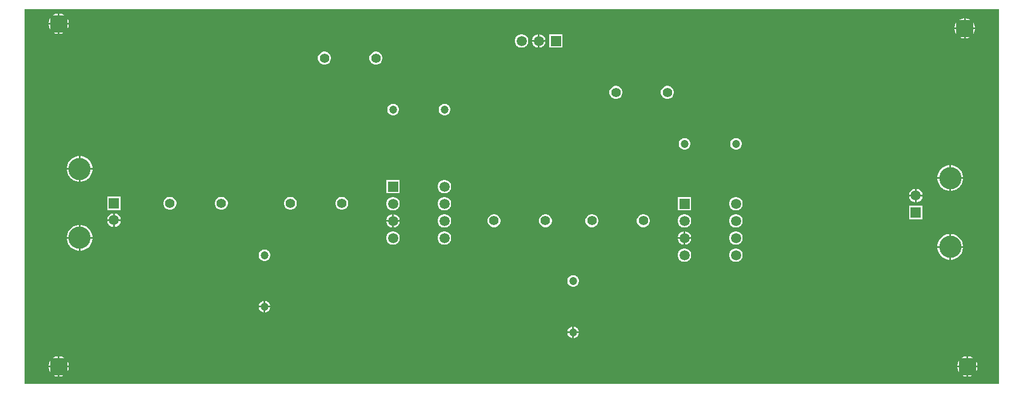
<source format=gbl>
G04*
G04 #@! TF.GenerationSoftware,Altium Limited,Altium Designer,22.7.1 (60)*
G04*
G04 Layer_Physical_Order=2*
G04 Layer_Color=16711680*
%FSLAX42Y42*%
%MOMM*%
G71*
G04*
G04 #@! TF.SameCoordinates,5E95509D-5024-4279-8DF4-8E0BA65E4A92*
G04*
G04*
G04 #@! TF.FilePolarity,Positive*
G04*
G01*
G75*
%ADD21C,3.30*%
%ADD22C,1.50*%
%ADD23R,1.50X1.50*%
%ADD24C,1.40*%
%ADD25C,1.20*%
%ADD26C,1.50*%
%ADD27R,1.50X1.50*%
%ADD28R,2.50X2.50*%
G36*
X17487Y4572D02*
X3048D01*
Y10121D01*
X17487D01*
Y4572D01*
D02*
G37*
%LPC*%
G36*
X3571Y10056D02*
X3569D01*
Y9919D01*
X3706D01*
Y9921D01*
X3701Y9950D01*
X3689Y9977D01*
X3673Y10002D01*
X3652Y10023D01*
X3627Y10039D01*
X3600Y10051D01*
X3571Y10056D01*
D02*
G37*
G36*
X3543D02*
X3541D01*
X3512Y10051D01*
X3485Y10039D01*
X3460Y10023D01*
X3439Y10002D01*
X3423Y9977D01*
X3411Y9950D01*
X3406Y9921D01*
Y9919D01*
X3543D01*
Y10056D01*
D02*
G37*
G36*
X16994Y9989D02*
X16992D01*
Y9851D01*
X17130D01*
Y9853D01*
X17124Y9882D01*
X17113Y9909D01*
X17097Y9934D01*
X17076Y9955D01*
X17051Y9972D01*
X17024Y9983D01*
X16994Y9989D01*
D02*
G37*
G36*
X16967D02*
X16965D01*
X16936Y9983D01*
X16908Y9972D01*
X16884Y9955D01*
X16863Y9934D01*
X16846Y9909D01*
X16835Y9882D01*
X16829Y9853D01*
Y9851D01*
X16967D01*
Y9989D01*
D02*
G37*
G36*
X3706Y9893D02*
X3569D01*
Y9756D01*
X3571D01*
X3600Y9761D01*
X3627Y9773D01*
X3652Y9789D01*
X3673Y9810D01*
X3689Y9835D01*
X3701Y9862D01*
X3706Y9891D01*
Y9893D01*
D02*
G37*
G36*
X3543D02*
X3406D01*
Y9891D01*
X3411Y9862D01*
X3423Y9835D01*
X3439Y9810D01*
X3460Y9789D01*
X3485Y9773D01*
X3512Y9761D01*
X3541Y9756D01*
X3543D01*
Y9893D01*
D02*
G37*
G36*
X17130Y9826D02*
X16992D01*
Y9688D01*
X16994D01*
X17024Y9694D01*
X17051Y9705D01*
X17076Y9721D01*
X17097Y9742D01*
X17113Y9767D01*
X17124Y9794D01*
X17130Y9823D01*
Y9826D01*
D02*
G37*
G36*
X16967D02*
X16829D01*
Y9823D01*
X16835Y9794D01*
X16846Y9767D01*
X16863Y9742D01*
X16884Y9721D01*
X16908Y9705D01*
X16936Y9694D01*
X16965Y9688D01*
X16967D01*
Y9826D01*
D02*
G37*
G36*
X10681Y9752D02*
X10681D01*
Y9665D01*
X10768D01*
Y9665D01*
X10762Y9691D01*
X10748Y9714D01*
X10730Y9732D01*
X10707Y9746D01*
X10681Y9752D01*
D02*
G37*
G36*
X10655D02*
X10655D01*
X10629Y9746D01*
X10606Y9732D01*
X10588Y9714D01*
X10574Y9691D01*
X10568Y9665D01*
Y9665D01*
X10655D01*
Y9752D01*
D02*
G37*
G36*
X11022D02*
X10822D01*
Y9552D01*
X11022D01*
Y9752D01*
D02*
G37*
G36*
X10768Y9639D02*
X10681D01*
Y9552D01*
X10681D01*
X10707Y9558D01*
X10730Y9572D01*
X10748Y9590D01*
X10762Y9613D01*
X10768Y9639D01*
Y9639D01*
D02*
G37*
G36*
X10655D02*
X10568D01*
Y9639D01*
X10574Y9613D01*
X10588Y9590D01*
X10606Y9572D01*
X10629Y9558D01*
X10655Y9552D01*
X10655D01*
Y9639D01*
D02*
G37*
G36*
X10427Y9752D02*
X10401D01*
X10375Y9746D01*
X10352Y9732D01*
X10334Y9714D01*
X10320Y9691D01*
X10314Y9665D01*
Y9639D01*
X10320Y9613D01*
X10334Y9590D01*
X10352Y9572D01*
X10375Y9558D01*
X10401Y9552D01*
X10427D01*
X10453Y9558D01*
X10476Y9572D01*
X10494Y9590D01*
X10508Y9613D01*
X10514Y9639D01*
Y9665D01*
X10508Y9691D01*
X10494Y9714D01*
X10476Y9732D01*
X10453Y9746D01*
X10427Y9752D01*
D02*
G37*
G36*
X8268Y9493D02*
X8242D01*
X8218Y9487D01*
X8196Y9474D01*
X8179Y9457D01*
X8166Y9435D01*
X8160Y9411D01*
Y9385D01*
X8166Y9361D01*
X8179Y9339D01*
X8196Y9322D01*
X8218Y9309D01*
X8242Y9303D01*
X8268D01*
X8292Y9309D01*
X8314Y9322D01*
X8331Y9339D01*
X8344Y9361D01*
X8350Y9385D01*
Y9411D01*
X8344Y9435D01*
X8331Y9457D01*
X8314Y9474D01*
X8292Y9487D01*
X8268Y9493D01*
D02*
G37*
G36*
X7506D02*
X7480D01*
X7456Y9487D01*
X7434Y9474D01*
X7417Y9457D01*
X7404Y9435D01*
X7398Y9411D01*
Y9385D01*
X7404Y9361D01*
X7417Y9339D01*
X7434Y9322D01*
X7456Y9309D01*
X7480Y9303D01*
X7506D01*
X7530Y9309D01*
X7552Y9322D01*
X7569Y9339D01*
X7582Y9361D01*
X7588Y9385D01*
Y9411D01*
X7582Y9435D01*
X7569Y9457D01*
X7552Y9474D01*
X7530Y9487D01*
X7506Y9493D01*
D02*
G37*
G36*
X12586Y8985D02*
X12560D01*
X12536Y8979D01*
X12514Y8966D01*
X12497Y8949D01*
X12484Y8927D01*
X12478Y8903D01*
Y8877D01*
X12484Y8853D01*
X12497Y8831D01*
X12514Y8814D01*
X12536Y8801D01*
X12560Y8795D01*
X12586D01*
X12610Y8801D01*
X12632Y8814D01*
X12649Y8831D01*
X12662Y8853D01*
X12668Y8877D01*
Y8903D01*
X12662Y8927D01*
X12649Y8949D01*
X12632Y8966D01*
X12610Y8979D01*
X12586Y8985D01*
D02*
G37*
G36*
X11824D02*
X11798D01*
X11774Y8979D01*
X11752Y8966D01*
X11735Y8949D01*
X11722Y8927D01*
X11716Y8903D01*
Y8877D01*
X11722Y8853D01*
X11735Y8831D01*
X11752Y8814D01*
X11774Y8801D01*
X11798Y8795D01*
X11824D01*
X11848Y8801D01*
X11870Y8814D01*
X11887Y8831D01*
X11900Y8853D01*
X11906Y8877D01*
Y8903D01*
X11900Y8927D01*
X11887Y8949D01*
X11870Y8966D01*
X11848Y8979D01*
X11824Y8985D01*
D02*
G37*
G36*
X9282Y8721D02*
X9260D01*
X9238Y8716D01*
X9219Y8704D01*
X9203Y8688D01*
X9191Y8669D01*
X9186Y8647D01*
Y8625D01*
X9191Y8603D01*
X9203Y8584D01*
X9219Y8568D01*
X9238Y8556D01*
X9260Y8551D01*
X9282D01*
X9304Y8556D01*
X9323Y8568D01*
X9339Y8584D01*
X9351Y8603D01*
X9356Y8625D01*
Y8647D01*
X9351Y8669D01*
X9339Y8688D01*
X9323Y8704D01*
X9304Y8716D01*
X9282Y8721D01*
D02*
G37*
G36*
X8520D02*
X8498D01*
X8476Y8716D01*
X8457Y8704D01*
X8441Y8688D01*
X8429Y8669D01*
X8424Y8647D01*
Y8625D01*
X8429Y8603D01*
X8441Y8584D01*
X8457Y8568D01*
X8476Y8556D01*
X8498Y8551D01*
X8520D01*
X8542Y8556D01*
X8561Y8568D01*
X8577Y8584D01*
X8589Y8603D01*
X8594Y8625D01*
Y8647D01*
X8589Y8669D01*
X8577Y8688D01*
X8561Y8704D01*
X8542Y8716D01*
X8520Y8721D01*
D02*
G37*
G36*
X13600Y8213D02*
X13578D01*
X13556Y8208D01*
X13537Y8196D01*
X13521Y8180D01*
X13509Y8161D01*
X13504Y8139D01*
Y8117D01*
X13509Y8095D01*
X13521Y8076D01*
X13537Y8060D01*
X13556Y8048D01*
X13578Y8043D01*
X13600D01*
X13622Y8048D01*
X13641Y8060D01*
X13657Y8076D01*
X13669Y8095D01*
X13674Y8117D01*
Y8139D01*
X13669Y8161D01*
X13657Y8180D01*
X13641Y8196D01*
X13622Y8208D01*
X13600Y8213D01*
D02*
G37*
G36*
X12838D02*
X12816D01*
X12794Y8208D01*
X12775Y8196D01*
X12759Y8180D01*
X12747Y8161D01*
X12742Y8139D01*
Y8117D01*
X12747Y8095D01*
X12759Y8076D01*
X12775Y8060D01*
X12794Y8048D01*
X12816Y8043D01*
X12838D01*
X12860Y8048D01*
X12879Y8060D01*
X12895Y8076D01*
X12907Y8095D01*
X12912Y8117D01*
Y8139D01*
X12907Y8161D01*
X12895Y8180D01*
X12879Y8196D01*
X12860Y8208D01*
X12838Y8213D01*
D02*
G37*
G36*
X3885Y7945D02*
X3879D01*
Y7767D01*
X4056D01*
Y7774D01*
X4049Y7810D01*
X4035Y7845D01*
X4014Y7876D01*
X3987Y7903D01*
X3956Y7924D01*
X3922Y7938D01*
X3885Y7945D01*
D02*
G37*
G36*
X3853D02*
X3847D01*
X3810Y7938D01*
X3776Y7924D01*
X3745Y7903D01*
X3718Y7876D01*
X3697Y7845D01*
X3683Y7810D01*
X3676Y7774D01*
Y7767D01*
X3853D01*
Y7945D01*
D02*
G37*
G36*
X16783Y7810D02*
X16777D01*
Y7633D01*
X16954D01*
Y7639D01*
X16947Y7676D01*
X16933Y7710D01*
X16912Y7741D01*
X16885Y7768D01*
X16854Y7789D01*
X16820Y7803D01*
X16783Y7810D01*
D02*
G37*
G36*
X16751D02*
X16745D01*
X16708Y7803D01*
X16674Y7789D01*
X16643Y7768D01*
X16616Y7741D01*
X16595Y7710D01*
X16581Y7676D01*
X16574Y7639D01*
Y7633D01*
X16751D01*
Y7810D01*
D02*
G37*
G36*
X4056Y7742D02*
X3879D01*
Y7564D01*
X3885D01*
X3922Y7572D01*
X3956Y7586D01*
X3987Y7607D01*
X4014Y7633D01*
X4035Y7665D01*
X4049Y7699D01*
X4056Y7736D01*
Y7742D01*
D02*
G37*
G36*
X3853D02*
X3676D01*
Y7736D01*
X3683Y7699D01*
X3697Y7665D01*
X3718Y7633D01*
X3745Y7607D01*
X3776Y7586D01*
X3810Y7572D01*
X3847Y7564D01*
X3853D01*
Y7742D01*
D02*
G37*
G36*
X16954Y7607D02*
X16777D01*
Y7430D01*
X16783D01*
X16820Y7437D01*
X16854Y7451D01*
X16885Y7472D01*
X16912Y7499D01*
X16933Y7530D01*
X16947Y7564D01*
X16954Y7601D01*
Y7607D01*
D02*
G37*
G36*
X16751D02*
X16574D01*
Y7601D01*
X16581Y7564D01*
X16595Y7530D01*
X16616Y7499D01*
X16643Y7472D01*
X16674Y7451D01*
X16708Y7437D01*
X16745Y7430D01*
X16751D01*
Y7607D01*
D02*
G37*
G36*
X9284Y7593D02*
X9258D01*
X9232Y7587D01*
X9209Y7573D01*
X9191Y7555D01*
X9177Y7532D01*
X9171Y7506D01*
Y7480D01*
X9177Y7454D01*
X9191Y7431D01*
X9209Y7413D01*
X9232Y7399D01*
X9258Y7393D01*
X9284D01*
X9310Y7399D01*
X9333Y7413D01*
X9351Y7431D01*
X9365Y7454D01*
X9371Y7480D01*
Y7506D01*
X9365Y7532D01*
X9351Y7555D01*
X9333Y7573D01*
X9310Y7587D01*
X9284Y7593D01*
D02*
G37*
G36*
X8609D02*
X8409D01*
Y7393D01*
X8609D01*
Y7593D01*
D02*
G37*
G36*
X16267Y7460D02*
X16267D01*
Y7373D01*
X16354D01*
Y7373D01*
X16348Y7399D01*
X16334Y7422D01*
X16316Y7440D01*
X16293Y7454D01*
X16267Y7460D01*
D02*
G37*
G36*
X16241D02*
X16241D01*
X16215Y7454D01*
X16192Y7440D01*
X16174Y7422D01*
X16160Y7399D01*
X16154Y7373D01*
Y7373D01*
X16241D01*
Y7460D01*
D02*
G37*
G36*
X16354Y7347D02*
X16267D01*
Y7260D01*
X16267D01*
X16293Y7266D01*
X16316Y7280D01*
X16334Y7298D01*
X16348Y7321D01*
X16354Y7347D01*
Y7347D01*
D02*
G37*
G36*
X16241D02*
X16154D01*
Y7347D01*
X16160Y7321D01*
X16174Y7298D01*
X16192Y7280D01*
X16215Y7266D01*
X16241Y7260D01*
X16241D01*
Y7347D01*
D02*
G37*
G36*
X7764Y7340D02*
X7738D01*
X7714Y7334D01*
X7692Y7321D01*
X7675Y7303D01*
X7662Y7282D01*
X7656Y7257D01*
Y7232D01*
X7662Y7208D01*
X7675Y7186D01*
X7692Y7168D01*
X7714Y7156D01*
X7738Y7149D01*
X7764D01*
X7788Y7156D01*
X7810Y7168D01*
X7827Y7186D01*
X7840Y7208D01*
X7846Y7232D01*
Y7257D01*
X7840Y7282D01*
X7827Y7303D01*
X7810Y7321D01*
X7788Y7334D01*
X7764Y7340D01*
D02*
G37*
G36*
X7002D02*
X6976D01*
X6952Y7334D01*
X6930Y7321D01*
X6913Y7303D01*
X6900Y7282D01*
X6894Y7257D01*
Y7232D01*
X6900Y7208D01*
X6913Y7186D01*
X6930Y7168D01*
X6952Y7156D01*
X6976Y7149D01*
X7002D01*
X7026Y7156D01*
X7048Y7168D01*
X7065Y7186D01*
X7078Y7208D01*
X7084Y7232D01*
Y7257D01*
X7078Y7282D01*
X7065Y7303D01*
X7048Y7321D01*
X7026Y7334D01*
X7002Y7340D01*
D02*
G37*
G36*
X5979D02*
X5954D01*
X5930Y7334D01*
X5908Y7321D01*
X5890Y7303D01*
X5878Y7282D01*
X5871Y7257D01*
Y7232D01*
X5878Y7208D01*
X5890Y7186D01*
X5908Y7168D01*
X5930Y7156D01*
X5954Y7149D01*
X5979D01*
X6004Y7156D01*
X6025Y7168D01*
X6043Y7186D01*
X6056Y7208D01*
X6062Y7232D01*
Y7257D01*
X6056Y7282D01*
X6043Y7303D01*
X6025Y7321D01*
X6004Y7334D01*
X5979Y7340D01*
D02*
G37*
G36*
X5217D02*
X5192D01*
X5168Y7334D01*
X5146Y7321D01*
X5128Y7303D01*
X5116Y7282D01*
X5109Y7257D01*
Y7232D01*
X5116Y7208D01*
X5128Y7186D01*
X5146Y7168D01*
X5168Y7156D01*
X5192Y7149D01*
X5217D01*
X5242Y7156D01*
X5263Y7168D01*
X5281Y7186D01*
X5294Y7208D01*
X5300Y7232D01*
Y7257D01*
X5294Y7282D01*
X5281Y7303D01*
X5263Y7321D01*
X5242Y7334D01*
X5217Y7340D01*
D02*
G37*
G36*
X4476Y7345D02*
X4276D01*
Y7144D01*
X4476D01*
Y7345D01*
D02*
G37*
G36*
X13602Y7339D02*
X13576D01*
X13550Y7333D01*
X13527Y7319D01*
X13509Y7301D01*
X13495Y7278D01*
X13489Y7252D01*
Y7226D01*
X13495Y7200D01*
X13509Y7177D01*
X13527Y7159D01*
X13550Y7145D01*
X13576Y7139D01*
X13602D01*
X13628Y7145D01*
X13651Y7159D01*
X13669Y7177D01*
X13683Y7200D01*
X13689Y7226D01*
Y7252D01*
X13683Y7278D01*
X13669Y7301D01*
X13651Y7319D01*
X13628Y7333D01*
X13602Y7339D01*
D02*
G37*
G36*
X12927D02*
X12727D01*
Y7139D01*
X12927D01*
Y7339D01*
D02*
G37*
G36*
X9284D02*
X9258D01*
X9232Y7333D01*
X9209Y7319D01*
X9191Y7301D01*
X9177Y7278D01*
X9171Y7252D01*
Y7226D01*
X9177Y7200D01*
X9191Y7177D01*
X9209Y7159D01*
X9232Y7145D01*
X9258Y7139D01*
X9284D01*
X9310Y7145D01*
X9333Y7159D01*
X9351Y7177D01*
X9365Y7200D01*
X9371Y7226D01*
Y7252D01*
X9365Y7278D01*
X9351Y7301D01*
X9333Y7319D01*
X9310Y7333D01*
X9284Y7339D01*
D02*
G37*
G36*
X8522D02*
X8496D01*
X8470Y7333D01*
X8447Y7319D01*
X8429Y7301D01*
X8415Y7278D01*
X8409Y7252D01*
Y7226D01*
X8415Y7200D01*
X8429Y7177D01*
X8447Y7159D01*
X8470Y7145D01*
X8496Y7139D01*
X8522D01*
X8548Y7145D01*
X8571Y7159D01*
X8589Y7177D01*
X8603Y7200D01*
X8609Y7226D01*
Y7252D01*
X8603Y7278D01*
X8589Y7301D01*
X8571Y7319D01*
X8548Y7333D01*
X8522Y7339D01*
D02*
G37*
G36*
X16354Y7210D02*
X16154D01*
Y7010D01*
X16354D01*
Y7210D01*
D02*
G37*
G36*
X4389Y7095D02*
X4389D01*
Y7007D01*
X4476D01*
Y7008D01*
X4470Y7034D01*
X4456Y7056D01*
X4438Y7075D01*
X4415Y7088D01*
X4389Y7095D01*
D02*
G37*
G36*
X4363D02*
X4363D01*
X4337Y7088D01*
X4314Y7075D01*
X4296Y7056D01*
X4282Y7034D01*
X4276Y7008D01*
Y7007D01*
X4363D01*
Y7095D01*
D02*
G37*
G36*
X8522Y7085D02*
X8522D01*
Y6998D01*
X8609D01*
Y6998D01*
X8603Y7024D01*
X8589Y7047D01*
X8571Y7065D01*
X8548Y7079D01*
X8522Y7085D01*
D02*
G37*
G36*
X8496D02*
X8496D01*
X8470Y7079D01*
X8447Y7065D01*
X8429Y7047D01*
X8415Y7024D01*
X8409Y6998D01*
Y6998D01*
X8496D01*
Y7085D01*
D02*
G37*
G36*
X4476Y6982D02*
X4389D01*
Y6894D01*
X4389D01*
X4415Y6901D01*
X4438Y6914D01*
X4456Y6933D01*
X4470Y6956D01*
X4476Y6982D01*
Y6982D01*
D02*
G37*
G36*
X4363D02*
X4276D01*
Y6982D01*
X4282Y6956D01*
X4296Y6933D01*
X4314Y6914D01*
X4337Y6901D01*
X4363Y6894D01*
X4363D01*
Y6982D01*
D02*
G37*
G36*
X12230Y7082D02*
X12205D01*
X12181Y7076D01*
X12159Y7063D01*
X12141Y7045D01*
X12129Y7024D01*
X12122Y6999D01*
Y6974D01*
X12129Y6950D01*
X12141Y6928D01*
X12159Y6910D01*
X12181Y6898D01*
X12205Y6891D01*
X12230D01*
X12254Y6898D01*
X12276Y6910D01*
X12294Y6928D01*
X12306Y6950D01*
X12313Y6974D01*
Y6999D01*
X12306Y7024D01*
X12294Y7045D01*
X12276Y7063D01*
X12254Y7076D01*
X12230Y7082D01*
D02*
G37*
G36*
X11468D02*
X11443D01*
X11419Y7076D01*
X11397Y7063D01*
X11379Y7045D01*
X11367Y7024D01*
X11360Y6999D01*
Y6974D01*
X11367Y6950D01*
X11379Y6928D01*
X11397Y6910D01*
X11419Y6898D01*
X11443Y6891D01*
X11468D01*
X11492Y6898D01*
X11514Y6910D01*
X11532Y6928D01*
X11544Y6950D01*
X11551Y6974D01*
Y6999D01*
X11544Y7024D01*
X11532Y7045D01*
X11514Y7063D01*
X11492Y7076D01*
X11468Y7082D01*
D02*
G37*
G36*
X10781D02*
X10756D01*
X10731Y7076D01*
X10710Y7063D01*
X10692Y7045D01*
X10679Y7024D01*
X10673Y6999D01*
Y6974D01*
X10679Y6950D01*
X10692Y6928D01*
X10710Y6910D01*
X10731Y6898D01*
X10756Y6891D01*
X10781D01*
X10805Y6898D01*
X10827Y6910D01*
X10844Y6928D01*
X10857Y6950D01*
X10864Y6974D01*
Y6999D01*
X10857Y7024D01*
X10844Y7045D01*
X10827Y7063D01*
X10805Y7076D01*
X10781Y7082D01*
D02*
G37*
G36*
X10019D02*
X9994D01*
X9969Y7076D01*
X9948Y7063D01*
X9930Y7045D01*
X9917Y7024D01*
X9911Y6999D01*
Y6974D01*
X9917Y6950D01*
X9930Y6928D01*
X9948Y6910D01*
X9969Y6898D01*
X9994Y6891D01*
X10019D01*
X10043Y6898D01*
X10065Y6910D01*
X10082Y6928D01*
X10095Y6950D01*
X10102Y6974D01*
Y6999D01*
X10095Y7024D01*
X10082Y7045D01*
X10065Y7063D01*
X10043Y7076D01*
X10019Y7082D01*
D02*
G37*
G36*
X13602Y7085D02*
X13576D01*
X13550Y7079D01*
X13527Y7065D01*
X13509Y7047D01*
X13495Y7024D01*
X13489Y6998D01*
Y6972D01*
X13495Y6946D01*
X13509Y6923D01*
X13527Y6905D01*
X13550Y6891D01*
X13576Y6885D01*
X13602D01*
X13628Y6891D01*
X13651Y6905D01*
X13669Y6923D01*
X13683Y6946D01*
X13689Y6972D01*
Y6998D01*
X13683Y7024D01*
X13669Y7047D01*
X13651Y7065D01*
X13628Y7079D01*
X13602Y7085D01*
D02*
G37*
G36*
X12840D02*
X12814D01*
X12788Y7079D01*
X12765Y7065D01*
X12747Y7047D01*
X12733Y7024D01*
X12727Y6998D01*
Y6972D01*
X12733Y6946D01*
X12747Y6923D01*
X12765Y6905D01*
X12788Y6891D01*
X12814Y6885D01*
X12840D01*
X12866Y6891D01*
X12889Y6905D01*
X12907Y6923D01*
X12921Y6946D01*
X12927Y6972D01*
Y6998D01*
X12921Y7024D01*
X12907Y7047D01*
X12889Y7065D01*
X12866Y7079D01*
X12840Y7085D01*
D02*
G37*
G36*
X9284D02*
X9258D01*
X9232Y7079D01*
X9209Y7065D01*
X9191Y7047D01*
X9177Y7024D01*
X9171Y6998D01*
Y6972D01*
X9177Y6946D01*
X9191Y6923D01*
X9209Y6905D01*
X9232Y6891D01*
X9258Y6885D01*
X9284D01*
X9310Y6891D01*
X9333Y6905D01*
X9351Y6923D01*
X9365Y6946D01*
X9371Y6972D01*
Y6998D01*
X9365Y7024D01*
X9351Y7047D01*
X9333Y7065D01*
X9310Y7079D01*
X9284Y7085D01*
D02*
G37*
G36*
X8609Y6972D02*
X8522D01*
Y6885D01*
X8522D01*
X8548Y6891D01*
X8571Y6905D01*
X8589Y6923D01*
X8603Y6946D01*
X8609Y6972D01*
Y6972D01*
D02*
G37*
G36*
X8496D02*
X8409D01*
Y6972D01*
X8415Y6946D01*
X8429Y6923D01*
X8447Y6905D01*
X8470Y6891D01*
X8496Y6885D01*
X8496D01*
Y6972D01*
D02*
G37*
G36*
X3885Y6925D02*
X3879D01*
Y6747D01*
X4056D01*
Y6754D01*
X4049Y6790D01*
X4035Y6825D01*
X4014Y6856D01*
X3987Y6883D01*
X3956Y6904D01*
X3922Y6918D01*
X3885Y6925D01*
D02*
G37*
G36*
X3853D02*
X3847D01*
X3810Y6918D01*
X3776Y6904D01*
X3745Y6883D01*
X3718Y6856D01*
X3697Y6825D01*
X3683Y6790D01*
X3676Y6754D01*
Y6747D01*
X3853D01*
Y6925D01*
D02*
G37*
G36*
X12840Y6831D02*
X12840D01*
Y6744D01*
X12927D01*
Y6744D01*
X12921Y6770D01*
X12907Y6793D01*
X12889Y6811D01*
X12866Y6825D01*
X12840Y6831D01*
D02*
G37*
G36*
X12814D02*
X12814D01*
X12788Y6825D01*
X12765Y6811D01*
X12747Y6793D01*
X12733Y6770D01*
X12727Y6744D01*
Y6744D01*
X12814D01*
Y6831D01*
D02*
G37*
G36*
X13602D02*
X13576D01*
X13550Y6825D01*
X13527Y6811D01*
X13509Y6793D01*
X13495Y6770D01*
X13489Y6744D01*
Y6718D01*
X13495Y6692D01*
X13509Y6669D01*
X13527Y6651D01*
X13550Y6637D01*
X13576Y6631D01*
X13602D01*
X13628Y6637D01*
X13651Y6651D01*
X13669Y6669D01*
X13683Y6692D01*
X13689Y6718D01*
Y6744D01*
X13683Y6770D01*
X13669Y6793D01*
X13651Y6811D01*
X13628Y6825D01*
X13602Y6831D01*
D02*
G37*
G36*
X12927Y6718D02*
X12840D01*
Y6631D01*
X12840D01*
X12866Y6637D01*
X12889Y6651D01*
X12907Y6669D01*
X12921Y6692D01*
X12927Y6718D01*
Y6718D01*
D02*
G37*
G36*
X12814D02*
X12727D01*
Y6718D01*
X12733Y6692D01*
X12747Y6669D01*
X12765Y6651D01*
X12788Y6637D01*
X12814Y6631D01*
X12814D01*
Y6718D01*
D02*
G37*
G36*
X9284Y6831D02*
X9258D01*
X9232Y6825D01*
X9209Y6811D01*
X9191Y6793D01*
X9177Y6770D01*
X9171Y6744D01*
Y6718D01*
X9177Y6692D01*
X9191Y6669D01*
X9209Y6651D01*
X9232Y6637D01*
X9258Y6631D01*
X9284D01*
X9310Y6637D01*
X9333Y6651D01*
X9351Y6669D01*
X9365Y6692D01*
X9371Y6718D01*
Y6744D01*
X9365Y6770D01*
X9351Y6793D01*
X9333Y6811D01*
X9310Y6825D01*
X9284Y6831D01*
D02*
G37*
G36*
X8522D02*
X8496D01*
X8470Y6825D01*
X8447Y6811D01*
X8429Y6793D01*
X8415Y6770D01*
X8409Y6744D01*
Y6718D01*
X8415Y6692D01*
X8429Y6669D01*
X8447Y6651D01*
X8470Y6637D01*
X8496Y6631D01*
X8522D01*
X8548Y6637D01*
X8571Y6651D01*
X8589Y6669D01*
X8603Y6692D01*
X8609Y6718D01*
Y6744D01*
X8603Y6770D01*
X8589Y6793D01*
X8571Y6811D01*
X8548Y6825D01*
X8522Y6831D01*
D02*
G37*
G36*
X16783Y6790D02*
X16777D01*
Y6613D01*
X16954D01*
Y6619D01*
X16947Y6656D01*
X16933Y6690D01*
X16912Y6721D01*
X16885Y6748D01*
X16854Y6769D01*
X16820Y6783D01*
X16783Y6790D01*
D02*
G37*
G36*
X16751D02*
X16745D01*
X16708Y6783D01*
X16674Y6769D01*
X16643Y6748D01*
X16616Y6721D01*
X16595Y6690D01*
X16581Y6656D01*
X16574Y6619D01*
Y6613D01*
X16751D01*
Y6790D01*
D02*
G37*
G36*
X4056Y6722D02*
X3879D01*
Y6544D01*
X3885D01*
X3922Y6552D01*
X3956Y6566D01*
X3987Y6587D01*
X4014Y6613D01*
X4035Y6645D01*
X4049Y6679D01*
X4056Y6716D01*
Y6722D01*
D02*
G37*
G36*
X3853D02*
X3676D01*
Y6716D01*
X3683Y6679D01*
X3697Y6645D01*
X3718Y6613D01*
X3745Y6587D01*
X3776Y6566D01*
X3810Y6552D01*
X3847Y6544D01*
X3853D01*
Y6722D01*
D02*
G37*
G36*
X16954Y6587D02*
X16777D01*
Y6410D01*
X16783D01*
X16820Y6417D01*
X16854Y6431D01*
X16885Y6452D01*
X16912Y6479D01*
X16933Y6510D01*
X16947Y6544D01*
X16954Y6581D01*
Y6587D01*
D02*
G37*
G36*
X16751D02*
X16574D01*
Y6581D01*
X16581Y6544D01*
X16595Y6510D01*
X16616Y6479D01*
X16643Y6452D01*
X16674Y6431D01*
X16708Y6417D01*
X16745Y6410D01*
X16751D01*
Y6587D01*
D02*
G37*
G36*
X6615Y6562D02*
X6593D01*
X6571Y6557D01*
X6552Y6545D01*
X6536Y6529D01*
X6524Y6510D01*
X6519Y6488D01*
Y6466D01*
X6524Y6444D01*
X6536Y6425D01*
X6552Y6409D01*
X6571Y6397D01*
X6593Y6392D01*
X6615D01*
X6637Y6397D01*
X6656Y6409D01*
X6672Y6425D01*
X6684Y6444D01*
X6689Y6466D01*
Y6488D01*
X6684Y6510D01*
X6672Y6529D01*
X6656Y6545D01*
X6637Y6557D01*
X6615Y6562D01*
D02*
G37*
G36*
X13602Y6577D02*
X13576D01*
X13550Y6571D01*
X13527Y6557D01*
X13509Y6539D01*
X13495Y6516D01*
X13489Y6490D01*
Y6464D01*
X13495Y6438D01*
X13509Y6415D01*
X13527Y6397D01*
X13550Y6383D01*
X13576Y6377D01*
X13602D01*
X13628Y6383D01*
X13651Y6397D01*
X13669Y6415D01*
X13683Y6438D01*
X13689Y6464D01*
Y6490D01*
X13683Y6516D01*
X13669Y6539D01*
X13651Y6557D01*
X13628Y6571D01*
X13602Y6577D01*
D02*
G37*
G36*
X12840D02*
X12814D01*
X12788Y6571D01*
X12765Y6557D01*
X12747Y6539D01*
X12733Y6516D01*
X12727Y6490D01*
Y6464D01*
X12733Y6438D01*
X12747Y6415D01*
X12765Y6397D01*
X12788Y6383D01*
X12814Y6377D01*
X12840D01*
X12866Y6383D01*
X12889Y6397D01*
X12907Y6415D01*
X12921Y6438D01*
X12927Y6464D01*
Y6490D01*
X12921Y6516D01*
X12907Y6539D01*
X12889Y6557D01*
X12866Y6571D01*
X12840Y6577D01*
D02*
G37*
G36*
X11187Y6181D02*
X11165D01*
X11143Y6176D01*
X11124Y6164D01*
X11108Y6148D01*
X11096Y6129D01*
X11091Y6107D01*
Y6085D01*
X11096Y6063D01*
X11108Y6044D01*
X11124Y6028D01*
X11143Y6016D01*
X11165Y6011D01*
X11187D01*
X11209Y6016D01*
X11228Y6028D01*
X11244Y6044D01*
X11256Y6063D01*
X11261Y6085D01*
Y6107D01*
X11256Y6129D01*
X11244Y6148D01*
X11228Y6164D01*
X11209Y6176D01*
X11187Y6181D01*
D02*
G37*
G36*
X6617Y5800D02*
Y5728D01*
X6689D01*
X6684Y5748D01*
X6672Y5767D01*
X6656Y5783D01*
X6637Y5795D01*
X6617Y5800D01*
D02*
G37*
G36*
X6591D02*
X6571Y5795D01*
X6552Y5783D01*
X6536Y5767D01*
X6524Y5748D01*
X6519Y5728D01*
X6591D01*
Y5800D01*
D02*
G37*
G36*
X6689Y5702D02*
X6617D01*
Y5630D01*
X6637Y5635D01*
X6656Y5647D01*
X6672Y5663D01*
X6684Y5682D01*
X6689Y5702D01*
D02*
G37*
G36*
X6591D02*
X6519D01*
X6524Y5682D01*
X6536Y5663D01*
X6552Y5647D01*
X6571Y5635D01*
X6591Y5630D01*
Y5702D01*
D02*
G37*
G36*
X11189Y5419D02*
Y5347D01*
X11261D01*
X11256Y5367D01*
X11244Y5386D01*
X11228Y5402D01*
X11209Y5414D01*
X11189Y5419D01*
D02*
G37*
G36*
X11163D02*
X11143Y5414D01*
X11124Y5402D01*
X11108Y5386D01*
X11096Y5367D01*
X11091Y5347D01*
X11163D01*
Y5419D01*
D02*
G37*
G36*
X11261Y5321D02*
X11189D01*
Y5249D01*
X11209Y5254D01*
X11228Y5266D01*
X11244Y5282D01*
X11256Y5301D01*
X11261Y5321D01*
D02*
G37*
G36*
X11163D02*
X11091D01*
X11096Y5301D01*
X11108Y5282D01*
X11124Y5266D01*
X11143Y5254D01*
X11163Y5249D01*
Y5321D01*
D02*
G37*
G36*
X17033Y4976D02*
X17031D01*
Y4839D01*
X17168D01*
Y4841D01*
X17163Y4870D01*
X17151Y4897D01*
X17135Y4922D01*
X17114Y4943D01*
X17089Y4959D01*
X17062Y4971D01*
X17033Y4976D01*
D02*
G37*
G36*
X17005D02*
X17003D01*
X16974Y4971D01*
X16947Y4959D01*
X16922Y4943D01*
X16901Y4922D01*
X16885Y4897D01*
X16873Y4870D01*
X16868Y4841D01*
Y4839D01*
X17005D01*
Y4976D01*
D02*
G37*
G36*
X3571D02*
X3569D01*
Y4839D01*
X3706D01*
Y4841D01*
X3701Y4870D01*
X3689Y4897D01*
X3673Y4922D01*
X3652Y4943D01*
X3627Y4959D01*
X3600Y4971D01*
X3571Y4976D01*
D02*
G37*
G36*
X3543D02*
X3541D01*
X3512Y4971D01*
X3485Y4959D01*
X3460Y4943D01*
X3439Y4922D01*
X3423Y4897D01*
X3411Y4870D01*
X3406Y4841D01*
Y4839D01*
X3543D01*
Y4976D01*
D02*
G37*
G36*
X17168Y4813D02*
X17031D01*
Y4676D01*
X17033D01*
X17062Y4681D01*
X17089Y4693D01*
X17114Y4709D01*
X17135Y4730D01*
X17151Y4755D01*
X17163Y4782D01*
X17168Y4811D01*
Y4813D01*
D02*
G37*
G36*
X17005D02*
X16868D01*
Y4811D01*
X16873Y4782D01*
X16885Y4755D01*
X16901Y4730D01*
X16922Y4709D01*
X16947Y4693D01*
X16974Y4681D01*
X17003Y4676D01*
X17005D01*
Y4813D01*
D02*
G37*
G36*
X3706D02*
X3569D01*
Y4676D01*
X3571D01*
X3600Y4681D01*
X3627Y4693D01*
X3652Y4709D01*
X3673Y4730D01*
X3689Y4755D01*
X3701Y4782D01*
X3706Y4811D01*
Y4813D01*
D02*
G37*
G36*
X3543D02*
X3406D01*
Y4811D01*
X3411Y4782D01*
X3423Y4755D01*
X3439Y4730D01*
X3460Y4709D01*
X3485Y4693D01*
X3512Y4681D01*
X3541Y4676D01*
X3543D01*
Y4813D01*
D02*
G37*
%LPD*%
D21*
X3866Y7755D02*
D03*
Y6735D02*
D03*
X16764Y6600D02*
D03*
Y7620D02*
D03*
D22*
X4376Y6995D02*
D03*
X16254Y7360D02*
D03*
X10668Y9652D02*
D03*
X10414D02*
D03*
D23*
X4376Y7245D02*
D03*
X16254Y7110D02*
D03*
X10922Y9652D02*
D03*
D24*
X8255Y9398D02*
D03*
X7493D02*
D03*
X12573Y8890D02*
D03*
X11811D02*
D03*
X7751Y7245D02*
D03*
X6989D02*
D03*
X5967D02*
D03*
X5205D02*
D03*
X12218Y6987D02*
D03*
X11456D02*
D03*
X10768D02*
D03*
X10006D02*
D03*
D25*
X8509Y8636D02*
D03*
X9271D02*
D03*
X12827Y8128D02*
D03*
X13589D02*
D03*
X11176Y6096D02*
D03*
Y5334D02*
D03*
X6604Y6477D02*
D03*
Y5715D02*
D03*
D26*
X9271Y6731D02*
D03*
Y6985D02*
D03*
Y7239D02*
D03*
Y7493D02*
D03*
X8509Y6731D02*
D03*
Y6985D02*
D03*
Y7239D02*
D03*
X13589Y6477D02*
D03*
Y6731D02*
D03*
Y6985D02*
D03*
Y7239D02*
D03*
X12827Y6477D02*
D03*
Y6731D02*
D03*
Y6985D02*
D03*
D27*
X8509Y7493D02*
D03*
X12827Y7239D02*
D03*
D28*
X16980Y9838D02*
D03*
X17018Y4826D02*
D03*
X3556D02*
D03*
Y9906D02*
D03*
M02*

</source>
